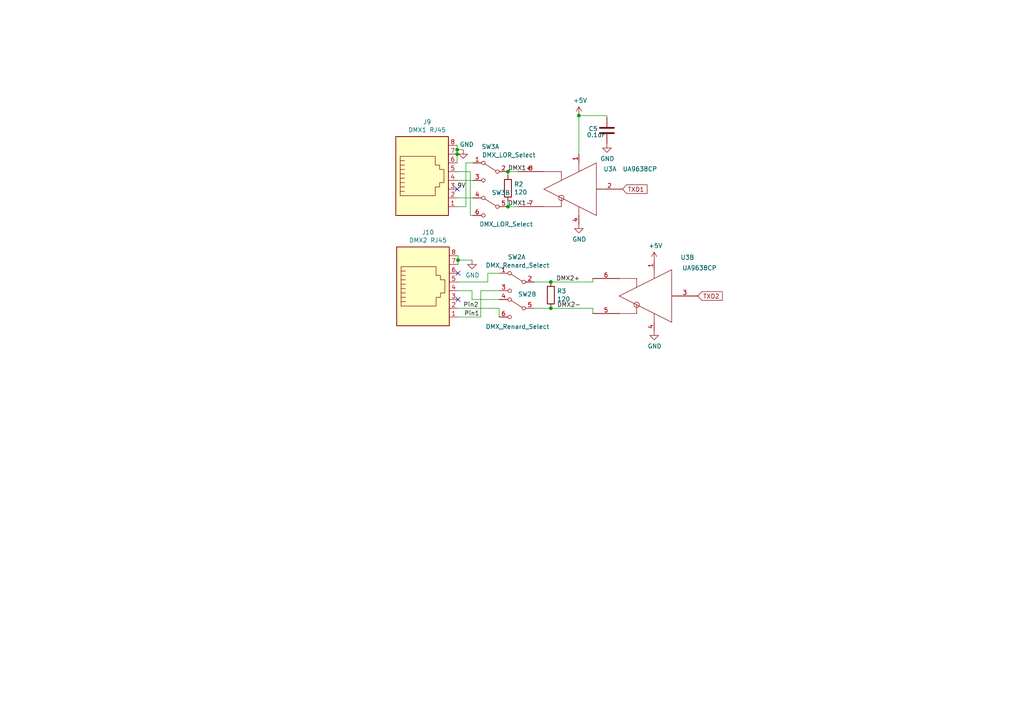
<source format=kicad_sch>
(kicad_sch (version 20211123) (generator eeschema)
  (paper "A4")
  (title_block (title "PB 16 Min") (date "2022-08-13") (rev "v3") (company "Scott Hanson"))
  (lib_symbols
    (symbol "Connector:RJ45" (pin_names (offset 1.016))
      (property "Reference" "J" (at -5.08 13.97 0))
      (property "Value" "RJ45" (at 2.54 13.97 0))
      (symbol "RJ45_0_1"
        (polyline (pts (xy -5.08 4.445) (xy -6.35 4.445)))
        (polyline (pts (xy -5.08 5.715) (xy -6.35 5.715)))
        (polyline (pts (xy -6.35 -3.175) (xy -5.08 -3.175) (xy -5.08 -3.175)))
        (polyline (pts (xy -6.35 -1.905) (xy -5.08 -1.905) (xy -5.08 -1.905)))
        (polyline (pts (xy -6.35 -0.635) (xy -5.08 -0.635) (xy -5.08 -0.635)))
        (polyline (pts (xy -6.35 0.635) (xy -5.08 0.635) (xy -5.08 0.635)))
        (polyline (pts (xy -6.35 1.905) (xy -5.08 1.905) (xy -5.08 1.905)))
        (polyline (pts (xy -5.08 3.175) (xy -6.35 3.175) (xy -6.35 3.175)))
        (polyline (pts (xy -6.35 -4.445) (xy -6.35 6.985) (xy 3.81 6.985) (xy 3.81 4.445) (xy 5.08 4.445) (xy 5.08 3.175) (xy 6.35 3.175) (xy 6.35 -0.635) (xy 5.08 -0.635) (xy 5.08 -1.905) (xy 3.81 -1.905) (xy 3.81 -4.445) (xy -6.35 -4.445) (xy -6.35 -4.445)))
        (rectangle (start 7.62 12.7) (end -7.62 -10.16) (stroke (width 0.254)) (fill (type background)))
      )
      (symbol "RJ45_1_1"
        (pin passive line (at 10.16 -7.62 180) (length 2.54) (name "~") (number "1"))
        (pin passive line (at 10.16 -5.08 180) (length 2.54) (name "~") (number "2"))
        (pin passive line (at 10.16 -2.54 180) (length 2.54) (name "~") (number "3"))
        (pin passive line (at 10.16 0 180) (length 2.54) (name "~") (number "4"))
        (pin passive line (at 10.16 2.54 180) (length 2.54) (name "~") (number "5"))
        (pin passive line (at 10.16 5.08 180) (length 2.54) (name "~") (number "6"))
        (pin passive line (at 10.16 7.62 180) (length 2.54) (name "~") (number "7"))
        (pin passive line (at 10.16 10.16 180) (length 2.54) (name "~") (number "8"))
      )
    )
    (symbol "Interface_LineDriver:UA9638CP" (pin_names (offset 1.016) hide)
      (property "Reference" "U" (at -7.62 10.16 0))
      (property "Value" "UA9638CP" (at 2.54 7.62 0))
      (symbol "UA9638CP_0_1"
        (polyline (pts (xy -7.62 5.08) (xy -7.62 -7.62)))
        (polyline (pts (xy -7.62 5.08) (xy -7.62 7.62)))
        (polyline (pts (xy -7.62 7.62) (xy 7.62 0)))
        (polyline (pts (xy -2.54 -5.08) (xy -2.54 -7.62)))
        (polyline (pts (xy -2.54 5.08) (xy -2.54 7.62)))
        (polyline (pts (xy 2.54 -5.08) (xy 7.62 -5.08)))
        (polyline (pts (xy 2.54 -2.54) (xy 2.54 -5.08)))
        (polyline (pts (xy 2.54 5.08) (xy 2.54 2.54)))
        (polyline (pts (xy 7.62 0) (xy -7.62 -7.62)))
        (polyline (pts (xy 7.62 5.08) (xy 2.54 5.08)))
        (circle (center 2.54 -2.54) (radius 0.762))
      )
      (symbol "UA9638CP_1_1"
        (pin power_in line (at -2.54 10.16 270) (length 2.54) (name "VCC") (number "1"))
        (pin input line (at -15.24 0 0) (length 7.62) (name "IN") (number "2"))
        (pin power_in line (at -2.54 -10.16 90) (length 2.54) (name "GND") (number "4"))
        (pin output line (at 15.24 -5.08 180) (length 7.62) (name "OUTA") (number "7"))
        (pin output line (at 15.24 5.08 180) (length 7.62) (name "OUTB") (number "8"))
      )
      (symbol "UA9638CP_2_1"
        (pin power_in line (at -2.54 10.16 270) (length 2.54) (name "VCC") (number "1"))
        (pin input line (at -15.24 0 0) (length 7.62) (name "IN") (number "3"))
        (pin power_in line (at -2.54 -10.16 90) (length 2.54) (name "GND") (number "4"))
        (pin output line (at 15.24 -5.08 180) (length 7.62) (name "OUTA") (number "5"))
        (pin output line (at 15.24 5.08 180) (length 7.62) (name "OUTB") (number "6"))
      )
    )
    (symbol "PB_16-rescue:C-Device" (pin_numbers hide) (pin_names (offset 0.254))
      (property "Reference" "C" (at 0.635 2.54 0))
      (property "Value" "C-Device" (at 0.635 -2.54 0))
      (symbol "C-Device_0_1"
        (polyline (pts (xy -2.032 -0.762) (xy 2.032 -0.762)) (stroke (width 0.508)))
        (polyline (pts (xy -2.032 0.762) (xy 2.032 0.762)) (stroke (width 0.508)))
      )
      (symbol "C-Device_1_1"
        (pin passive line (at 0 3.81 270) (length 2.794) (name "~") (number "1"))
        (pin passive line (at 0 -3.81 90) (length 2.794) (name "~") (number "2"))
      )
    )
    (symbol "PB_16-rescue:R-Device" (pin_numbers hide) (pin_names (offset 0))
      (property "Reference" "R" (at 2.032 0 90))
      (property "Value" "R-Device" (at 0 0 90))
      (symbol "R-Device_0_1"
        (rectangle (start -1.016 -2.54) (end 1.016 2.54) (stroke (width 0.254)))
      )
      (symbol "R-Device_1_1"
        (pin passive line (at 0 3.81 270) (length 1.27) (name "~") (number "1"))
        (pin passive line (at 0 -3.81 90) (length 1.27) (name "~") (number "2"))
      )
    )
    (symbol "Switch:SW_DPDT_x2" (pin_names (offset 0) hide)
      (property "Reference" "SW" (at 0 4.318 0))
      (property "Value" "SW_DPDT_x2" (at 0 -5.08 0))
      (symbol "SW_DPDT_x2_0_0"
        (circle (center -2.032 0) (radius 0.508))
        (circle (center 2.032 -2.54) (radius 0.508))
      )
      (symbol "SW_DPDT_x2_0_1"
        (polyline (pts (xy -1.524 0.254) (xy 1.651 2.286)))
        (circle (center 2.032 2.54) (radius 0.508))
      )
      (symbol "SW_DPDT_x2_1_1"
        (pin passive line (at 5.08 2.54 180) (length 2.54) (name "A") (number "1"))
        (pin passive line (at -5.08 0 0) (length 2.54) (name "B") (number "2"))
        (pin passive line (at 5.08 -2.54 180) (length 2.54) (name "C") (number "3"))
      )
      (symbol "SW_DPDT_x2_2_1"
        (pin passive line (at 5.08 2.54 180) (length 2.54) (name "A") (number "4"))
        (pin passive line (at -5.08 0 0) (length 2.54) (name "B") (number "5"))
        (pin passive line (at 5.08 -2.54 180) (length 2.54) (name "C") (number "6"))
      )
    )
    (symbol "power:+5V" (power) (pin_names (offset 0))
      (property "Value" "+5V" (at 0 3.556 0))
      (symbol "+5V_0_1"
        (polyline (pts (xy -0.762 1.27) (xy 0 2.54)))
        (polyline (pts (xy 0 0) (xy 0 2.54)))
        (polyline (pts (xy 0 2.54) (xy 0.762 1.27)))
      )
      (symbol "+5V_1_1"
        (pin power_in line (at 0 0 90) (length 0) hide (name "+5V") (number "1"))
      )
    )
    (symbol "power:GND" (power) (pin_names (offset 0))
      (property "Value" "GND" (at 0 -3.81 0))
      (symbol "GND_0_1"
        (polyline (pts (xy 0 0) (xy 0 -1.27) (xy 1.27 -1.27) (xy 0 -2.54) (xy -1.27 -1.27) (xy 0 -1.27)))
      )
      (symbol "GND_1_1"
        (pin power_in line (at 0 0 270) (length 0) hide (name "GND") (number "1"))
      )
    )
  )
  (junction (at 132.588 44.704))
  (junction (at 132.842 75.438))
  (junction (at 147.32 49.784))
  (junction (at 159.766 89.408))
  (junction (at 159.766 81.788))
  (junction (at 167.894 33.528))
  (junction (at 147.32 59.944))
  (junction (at 132.588 43.434))
  (no_connect (at 132.842 79.248))
  (no_connect (at 132.588 54.864))
  (no_connect (at 132.842 86.868))
  (wire (pts (xy 132.588 57.404) (xy 137.16 57.404)))
  (wire (pts (xy 167.894 33.528) (xy 176.022 33.528)))
  (wire (pts (xy 141.478 79.248) (xy 144.78 79.248)))
  (wire (pts (xy 136.398 49.784) (xy 136.398 62.484)))
  (wire (pts (xy 132.588 59.944) (xy 135.128 59.944)))
  (wire (pts (xy 132.588 49.784) (xy 136.398 49.784)))
  (wire (pts (xy 136.906 75.438) (xy 132.842 75.438)))
  (wire (pts (xy 150.114 49.784) (xy 147.32 49.784)))
  (wire (pts (xy 134.366 43.434) (xy 132.588 43.434)))
  (wire (pts (xy 132.588 42.164) (xy 132.588 43.434)))
  (wire (pts (xy 167.894 44.704) (xy 167.894 33.528)))
  (wire (pts (xy 154.94 81.788) (xy 159.766 81.788)))
  (wire (pts (xy 136.906 86.868) (xy 136.906 84.328)))
  (wire (pts (xy 136.398 62.484) (xy 137.16 62.484)))
  (wire (pts (xy 135.128 47.244) (xy 137.16 47.244)))
  (wire (pts (xy 147.32 59.944) (xy 150.114 59.944)))
  (wire (pts (xy 132.842 76.708) (xy 132.842 75.438)))
  (wire (pts (xy 141.478 81.788) (xy 132.842 81.788)))
  (wire (pts (xy 132.842 91.948) (xy 139.446 91.948)))
  (wire (pts (xy 171.958 90.932) (xy 171.958 89.408)))
  (wire (pts (xy 139.446 84.328) (xy 144.78 84.328)))
  (wire (pts (xy 137.16 52.324) (xy 132.588 52.324)))
  (wire (pts (xy 176.022 33.528) (xy 176.022 34.036)))
  (wire (pts (xy 144.78 86.868) (xy 136.906 86.868)))
  (wire (pts (xy 144.78 89.408) (xy 144.78 91.948)))
  (wire (pts (xy 132.588 43.434) (xy 132.588 44.704)))
  (wire (pts (xy 136.906 84.328) (xy 132.842 84.328)))
  (wire (pts (xy 171.958 81.788) (xy 171.958 80.772)))
  (wire (pts (xy 147.32 58.42) (xy 147.32 59.944)))
  (wire (pts (xy 154.94 89.408) (xy 159.766 89.408)))
  (wire (pts (xy 159.766 89.408) (xy 171.958 89.408)))
  (wire (pts (xy 132.588 47.244) (xy 132.588 44.704)))
  (wire (pts (xy 139.446 91.948) (xy 139.446 84.328)))
  (wire (pts (xy 135.128 47.244) (xy 135.128 59.944)))
  (wire (pts (xy 159.766 81.788) (xy 171.958 81.788)))
  (wire (pts (xy 132.842 75.438) (xy 132.842 74.168)))
  (wire (pts (xy 147.32 49.784) (xy 147.32 50.8)))
  (wire (pts (xy 132.842 89.408) (xy 144.78 89.408)))
  (wire (pts (xy 141.478 79.248) (xy 141.478 81.788)))
  (label "Pin1" (at 134.62 91.948 0))
  (label "9V" (at 132.588 54.864 0))
  (label "DMX1+" (at 147.32 49.784 0))
  (label "DMX1-" (at 147.32 59.944 0))
  (label "DMX2-" (at 161.544 89.408 0))
  (label "Pin2" (at 134.366 89.408 0))
  (label "DMX2+" (at 161.29 81.788 0))
  (global_label "TXD1" (shape input) (at 180.594 54.864 0) (property "Intersheet References" "${INTERSHEET_REFS}" (effects hide)))
  (global_label "TXD2" (shape input) (at 202.438 85.852 0) (property "Intersheet References" "${INTERSHEET_REFS}" (effects hide)))
  (symbol (lib_id "PB_16-rescue:R-Device") (at 159.766 85.598 0) (unit 1)
    (property "Reference" "R3" (at 161.544 84.4296 0) (effects (justify left)))
    (property "Value" "120" (at 161.544 86.741 0) (effects (justify left)))
    (property "Footprint" "Resistor_THT:R_Axial_DIN0207_L6.3mm_D2.5mm_P7.62mm_Horizontal" (effects hide))
    (property "Digi-Key_PN" "CF14JT120RCT-ND" (effects hide))
    (property "MPN" "CF14JT120R" (effects hide))
  )
  (symbol (lib_id "PB_16-rescue:C-Device") (at 176.022 37.846 0) (unit 1)
    (property "Reference" "C5" (at 170.688 37.338 0) (effects (justify left)))
    (property "Value" "0.1uF" (at 170.18 39.116 0) (effects (justify left)))
    (property "Footprint" "Capacitor_THT:C_Rect_L7.0mm_W2.0mm_P5.00mm" (effects hide))
    (property "Digi-Key_PN" "478-7336-1-ND" (effects hide))
    (property "MPN" "SR215C104KARTR1" (effects hide))
  )
  (symbol (lib_id "power:GND") (at 176.022 41.656 0) (unit 1)
    (property "Reference" "#PWR045" (effects hide))
    (property "Value" "GND" (at 176.149 46.0502 0))
  )
  (symbol (lib_id "Connector:RJ45") (at 122.428 52.324 0) (unit 1)
    (property "Reference" "J9" (at 123.8758 35.3822 0))
    (property "Value" "DMX1 RJ45" (at 123.8758 37.6936 0))
    (property "Footprint" "Scotts:RJ45_Amphenol_54602-x08_Horizontal" (effects hide))
    (property "Digi-Key_PN" "AE10392-ND" (effects hide))
    (property "MPN" "A-2014-2-4-R" (effects hide))
  )
  (symbol (lib_id "power:GND") (at 134.366 43.434 0) (unit 1)
    (property "Reference" "#PWR039" (effects hide))
    (property "Value" "GND" (at 135.382 41.91 0))
  )
  (symbol (lib_id "Connector:RJ45") (at 122.682 84.328 0) (unit 1)
    (property "Reference" "J10" (at 124.1298 67.3862 0))
    (property "Value" "DMX2 RJ45" (at 124.1298 69.6976 0))
    (property "Footprint" "Scotts:RJ45_Amphenol_54602-x08_Horizontal" (effects hide))
    (property "Digi-Key_PN" "AE10392-ND" (effects hide))
    (property "MPN" "A-2014-2-4-R" (effects hide))
  )
  (symbol (lib_id "power:GND") (at 136.906 75.438 0) (unit 1)
    (property "Reference" "#PWR040" (effects hide))
    (property "Value" "GND" (at 137.033 79.8322 0))
  )
  (symbol (lib_id "Switch:SW_DPDT_x2") (at 149.86 89.408 0) (mirror y) (unit 2)
    (property "Reference" "SW2" (at 152.908 85.344 0))
    (property "Value" "DMX_Renard_Select" (at 150.114 94.742 0))
    (property "Footprint" "Button_Switch_THT:SW_CuK_JS202011CQN_DPDT_Straight" (effects hide))
    (property "Digi-Key_PN" "401-2001-ND" (effects hide))
    (property "MPN" "JS202011CQN" (effects hide))
  )
  (symbol (lib_id "Switch:SW_DPDT_x2") (at 149.86 81.788 0) (mirror y) (unit 1)
    (property "Reference" "SW2" (at 149.86 74.549 0))
    (property "Value" "DMX_Renard_Select" (at 150.114 76.962 0))
    (property "Footprint" "Button_Switch_THT:SW_CuK_JS202011CQN_DPDT_Straight" (effects hide))
    (property "Digi-Key_PN" "401-2001-ND" (effects hide))
    (property "MPN" "JS202011CQN" (effects hide))
  )
  (symbol (lib_id "Interface_LineDriver:UA9638CP") (at 165.354 54.864 0) (mirror y) (unit 1)
    (property "Reference" "U3" (at 175.006 49.022 0) (effects (justify right)))
    (property "Value" "UA9638CP" (at 180.594 49.022 0) (effects (justify right)))
    (property "Footprint" "Package_DIP:DIP-8_W7.62mm" (effects hide))
    (property "Datasheet" "http://www.ti.com/lit/ds/symlink/ua9638.pdf" (effects hide))
    (property "Digi-Key_PN" "296-15059-5-ND" (effects hide))
    (property "MPN" "UA9638CP" (effects hide))
  )
  (symbol (lib_id "Interface_LineDriver:UA9638CP") (at 187.198 85.852 0) (mirror y) (unit 2)
    (property "Reference" "U3" (at 197.358 74.676 0) (effects (justify right)))
    (property "Value" "UA9638CP" (at 197.866 77.724 0) (effects (justify right)))
    (property "Footprint" "Package_DIP:DIP-8_W7.62mm" (effects hide))
    (property "Datasheet" "http://www.ti.com/lit/ds/symlink/ua9638.pdf" (effects hide))
    (property "Digi-Key_PN" "296-15059-5-ND" (effects hide))
    (property "MPN" "UA9638CP" (effects hide))
  )
  (symbol (lib_id "PB_16-rescue:R-Device") (at 147.32 54.61 0) (unit 1)
    (property "Reference" "R2" (at 149.098 53.4416 0) (effects (justify left)))
    (property "Value" "120" (at 149.098 55.753 0) (effects (justify left)))
    (property "Footprint" "Resistor_THT:R_Axial_DIN0207_L6.3mm_D2.5mm_P7.62mm_Horizontal" (effects hide))
    (property "Digi-Key_PN" "CF14JT120RCT-ND" (effects hide))
    (property "MPN" "CF14JT120R" (effects hide))
  )
  (symbol (lib_id "power:GND") (at 189.738 96.012 0) (unit 1)
    (property "Reference" "#PWR047" (effects hide))
    (property "Value" "GND" (at 189.865 100.4062 0))
  )
  (symbol (lib_id "power:GND") (at 167.894 65.024 0) (unit 1)
    (property "Reference" "#PWR044" (effects hide))
    (property "Value" "GND" (at 168.021 69.4182 0))
  )
  (symbol (lib_id "power:+5V") (at 189.738 75.692 0) (unit 1)
    (property "Reference" "#PWR046" (effects hide))
    (property "Value" "+5V" (at 190.119 71.2978 0))
  )
  (symbol (lib_id "power:+5V") (at 167.894 33.528 0) (unit 1)
    (property "Reference" "#PWR043" (effects hide))
    (property "Value" "+5V" (at 168.275 29.1338 0))
  )
  (symbol (lib_id "Switch:SW_DPDT_x2") (at 142.24 59.944 0) (mirror y) (unit 2)
    (property "Reference" "SW3" (at 145.288 55.88 0))
    (property "Value" "DMX_LOR_Select" (at 146.812 65.024 0))
    (property "Footprint" "Button_Switch_THT:SW_CuK_JS202011CQN_DPDT_Straight" (effects hide))
    (property "Digi-Key_PN" "401-2001-ND" (effects hide))
    (property "MPN" "JS202011CQN" (effects hide))
  )
  (symbol (lib_id "Switch:SW_DPDT_x2") (at 142.24 49.784 0) (mirror y) (unit 1)
    (property "Reference" "SW3" (at 142.24 42.545 0))
    (property "Value" "DMX_LOR_Select" (at 147.574 44.958 0))
    (property "Footprint" "Button_Switch_THT:SW_CuK_JS202011CQN_DPDT_Straight" (effects hide))
    (property "Digi-Key_PN" "401-2001-ND" (effects hide))
    (property "MPN" "JS202011CQN" (effects hide))
  )
)
</source>
